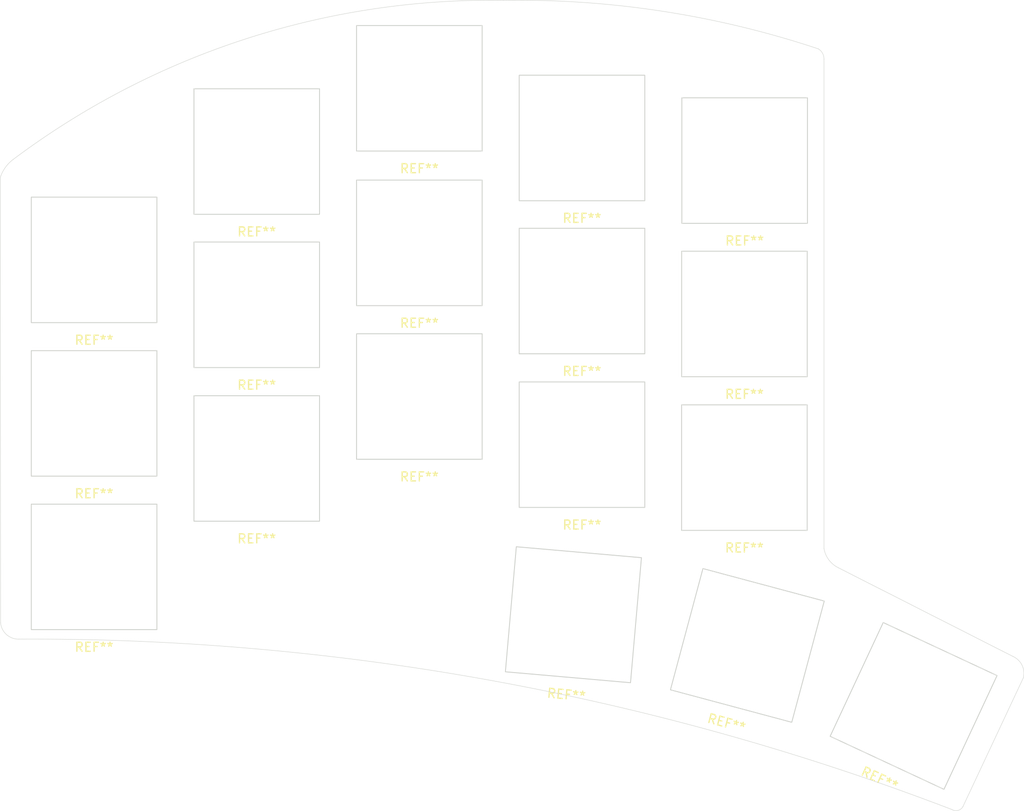
<source format=kicad_pcb>
(kicad_pcb (version 20230620) (generator pcbnew)
  (layers (0 "F.Cu" signal) (31 "B.Cu" signal) (34 "B.Paste" user) (35 "F.Paste" user) (36 "B.SilkS" user "B.Silkscreen") (37 "F.SilkS" user "F.Silkscreen") (38 "B.Mask" user) (39 "F.Mask" user) (44 "Edge.Cuts" user))
  (net 0 "")
  (footprint "Keyboard:Choc cutout" (layer "F.Cu") (at 22.626865 41.305002 180)
    (property "Reference" "REF**" (at 0 -8.89 180) (layer "F.SilkS"))
    (property "Value" "Choc cutout" hide)
    (fp_rect (start -6.95 -6.95) (end 6.95 6.95) (stroke (width 0.1)) (fill none) (layer "Edge.Cuts"))
  )
  (footprint "Keyboard:Choc cutout" (layer "F.Cu") (at 40.626867 29.305002 180)
    (property "Reference" "REF**" (at 0 -8.89 180) (layer "F.SilkS"))
    (property "Value" "Choc cutout")
    (fp_rect (start -6.95 -6.95) (end 6.95 6.95) (stroke (width 0.1)) (fill none) (layer "Edge.Cuts"))
  )
  (footprint "Keyboard:Choc cutout" (layer "F.Cu") (at 58.626864 22.305002 180)
    (property "Reference" "REF**" (at 0 -8.89 180) (layer "F.SilkS"))
    (property "Value" "Choc cutout")
    (fp_rect (start -6.95 -6.95) (end 6.95 6.95) (stroke (width 0.1)) (fill none) (layer "Edge.Cuts"))
  )
  (footprint "Keyboard:Choc cutout" (layer "F.Cu") (at 76.626865 27.805003 180)
    (property "Reference" "REF**" (at 0 -8.89 180) (layer "F.SilkS"))
    (property "Value" "Choc cutout")
    (fp_rect (start -6.95 -6.95) (end 6.95 6.95) (stroke (width 0.1)) (fill none) (layer "Edge.Cuts"))
  )
  (footprint "Keyboard:Choc cutout" (layer "F.Cu") (at 94.626863 30.305002 180)
    (property "Reference" "REF**" (at 0 -8.89 180) (layer "F.SilkS"))
    (property "Value" "Choc cutout")
    (fp_rect (start -6.95 -6.95) (end 6.95 6.95) (stroke (width 0.1)) (fill none) (layer "Edge.Cuts"))
  )
  (footprint "Keyboard:Choc cutout" (layer "F.Cu") (at 22.626865 58.305002 180)
    (property "Reference" "REF**" (at 0 -8.89 180) (layer "F.SilkS"))
    (property "Value" "Choc cutout")
    (fp_rect (start -6.95 -6.95) (end 6.95 6.95) (stroke (width 0.1)) (fill none) (layer "Edge.Cuts"))
  )
  (footprint "Keyboard:Choc cutout" (layer "F.Cu") (at 40.626867 46.279002 180)
    (property "Reference" "REF**" (at 0 -8.89 180) (layer "F.SilkS"))
    (property "Value" "Choc cutout")
    (fp_rect (start -6.95 -6.95) (end 6.95 6.95) (stroke (width 0.1)) (fill none) (layer "Edge.Cuts"))
  )
  (footprint "Keyboard:Choc cutout" (layer "F.Cu") (at 58.626866 39.421002 180)
    (property "Reference" "REF**" (at 0 -8.89 180) (layer "F.SilkS"))
    (property "Value" "Choc cutout")
    (fp_rect (start -6.95 -6.95) (end 6.95 6.95) (stroke (width 0.1)) (fill none) (layer "Edge.Cuts"))
  )
  (footprint "Keyboard:Choc cutout" (layer "F.Cu") (at 76.626867 44.755005 180)
    (property "Reference" "REF**" (at 0 -8.89 180) (layer "F.SilkS"))
    (property "Value" "Choc cutout")
    (fp_rect (start -6.95 -6.95) (end 6.95 6.95) (stroke (width 0.1)) (fill none) (layer "Edge.Cuts"))
  )
  (footprint "Keyboard:Choc cutout" (layer "F.Cu") (at 94.606865 47.295002 180)
    (property "Reference" "REF**" (at 0 -8.89 180) (layer "F.SilkS"))
    (property "Value" "Choc cutout")
    (fp_rect (start -6.95 -6.95) (end 6.95 6.95) (stroke (width 0.1)) (fill none) (layer "Edge.Cuts"))
  )
  (footprint "Keyboard:Choc cutout" (layer "F.Cu") (at 22.626865 75.304999 180)
    (property "Reference" "REF**" (at 0 -8.89 180) (layer "F.SilkS"))
    (property "Value" "Choc cutout")
    (fp_rect (start -6.95 -6.95) (end 6.95 6.95) (stroke (width 0.1)) (fill none) (layer "Edge.Cuts"))
  )
  (footprint "Keyboard:Choc cutout" (layer "F.Cu") (at 40.626864 63.297001 180)
    (property "Reference" "REF**" (at 0 -8.89 180) (layer "F.SilkS"))
    (property "Value" "Choc cutout")
    (fp_rect (start -6.95 -6.95) (end 6.95 6.95) (stroke (width 0.1)) (fill none) (layer "Edge.Cuts"))
  )
  (footprint "Keyboard:Choc cutout" (layer "F.Cu") (at 58.626863 56.439003 180)
    (property "Reference" "REF**" (at 0 -8.89 180) (layer "F.SilkS"))
    (property "Value" "Choc cutout")
    (fp_rect (start -6.95 -6.95) (end 6.95 6.95) (stroke (width 0.1)) (fill none) (layer "Edge.Cuts"))
  )
  (footprint "Keyboard:Choc cutout" (layer "F.Cu") (at 76.626865 61.773005 180)
    (property "Reference" "REF**" (at 0 -8.89 180) (layer "F.SilkS"))
    (property "Value" "Choc cutout")
    (fp_rect (start -6.95 -6.95) (end 6.95 6.95) (stroke (width 0.1)) (fill none) (layer "Edge.Cuts"))
  )
  (footprint "Keyboard:Choc cutout" (layer "F.Cu") (at 94.600519 64.313002 180)
    (property "Reference" "REF**" (at 0 -8.89 180) (layer "F.SilkS"))
    (property "Value" "Choc cutout")
    (fp_rect (start -6.95 -6.95) (end 6.95 6.95) (stroke (width 0.1)) (fill none) (layer "Edge.Cuts"))
  )
  (footprint "Keyboard:Choc cutout" (layer "F.Cu") (at 113.326867 90.705 155)
    (property "Reference" "REF**" (at 0 -8.89 155) (layer "F.SilkS"))
    (property "Value" "Choc cutout")
    (fp_poly (pts (xy -6.95 -6.95) (xy 6.95 -6.95) (xy 6.95 6.95) (xy -6.95 6.95)) (stroke (width 0.1)) (fill none) (layer "Edge.Cuts"))
  )
  (footprint "Keyboard:Choc cutout" (layer "F.Cu") (at 94.926863 84.005003 165)
    (property "Reference" "REF**" (at 0 -8.89 165) (layer "F.SilkS"))
    (property "Value" "Choc cutout")
    (fp_poly (pts (xy -6.95 -6.95) (xy 6.95 -6.95) (xy 6.95 6.95) (xy -6.95 6.95)) (stroke (width 0.1)) (fill none) (layer "Edge.Cuts"))
  )
  (footprint "Keyboard:Choc cutout" (layer "F.Cu") (at 75.676864 80.605 175)
    (property "Reference" "REF**" (at 0 -8.89 175) (layer "F.SilkS"))
    (property "Value" "Choc cutout")
    (fp_poly (pts (xy -6.95 -6.95) (xy 6.95 -6.95) (xy 6.95 6.95) (xy -6.95 6.95)) (stroke (width 0.1)) (fill none) (layer "Edge.Cuts"))
  )
  (gr_line (start 12.236918 32.201707) (end 12.277117 81.470026) (stroke (width 0.05)) (layer "Edge.Cuts"))
  (gr_arc (start 102.776402 17.933669) (mid 103.243886 18.415398) (end 103.409037 19.066036) (stroke (width 0.05)) (layer "Edge.Cuts"))
  (gr_arc (start 12.236918 32.201707) (mid 12.793791 31.083887) (end 13.66386 30.188003) (stroke (width 0.05)) (layer "Edge.Cuts"))
  (gr_arc (start 67.926867 12.562512) (mid 85.578365 13.776998) (end 102.776402 17.933669) (stroke (width 0.05)) (layer "Edge.Cuts"))
  (gr_arc (start 14.314865 83.306125) (mid 66.82892 87.930658) (end 117.582657 102.184444) (stroke (width 0.05)) (layer "Edge.Cuts"))
  (gr_arc (start 14.314865 83.306125) (mid 12.927435 82.797108) (end 12.277117 81.470026) (stroke (width 0.05)) (layer "Edge.Cuts"))
  (gr_line (start 103.409037 19.066036) (end 103.409 73.279) (stroke (width 0.05)) (layer "Edge.Cuts"))
  (gr_arc (start 13.66386 30.188003) (mid 39.328422 16.859032) (end 67.926867 12.562511) (stroke (width 0.05)) (layer "Edge.Cuts"))
  (gr_arc (start 118.789484 101.850237) (mid 118.256353 102.271132) (end 117.582657 102.184444) (stroke (width 0.05)) (layer "Edge.Cuts"))
  (gr_line (start 124.32988 85.227164) (end 105.015664 75.40979) (stroke (width 0.05)) (layer "Edge.Cuts"))
  (gr_line (start 125.47988 87.577163) (end 118.789484 101.850237) (stroke (width 0.05)) (layer "Edge.Cuts"))
  (gr_arc (start 105.015664 75.40979) (mid 103.956085 74.537611) (end 103.409 73.279) (stroke (width 0.05)) (layer "Edge.Cuts"))
  (gr_arc (start 124.32988 85.227164) (mid 125.328418 86.1949) (end 125.47988 87.577163) (stroke (width 0.05)) (layer "Edge.Cuts"))
)
</source>
